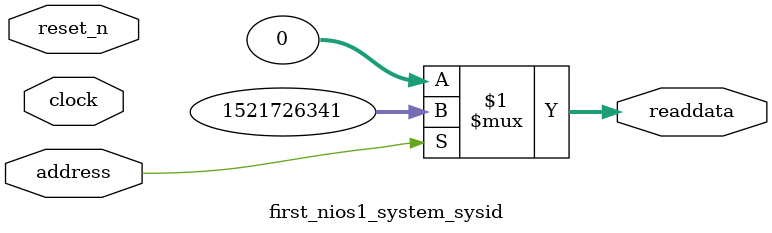
<source format=v>



// synthesis translate_off
`timescale 1ns / 1ps
// synthesis translate_on

// turn off superfluous verilog processor warnings 
// altera message_level Level1 
// altera message_off 10034 10035 10036 10037 10230 10240 10030 

module first_nios1_system_sysid (
               // inputs:
                address,
                clock,
                reset_n,

               // outputs:
                readdata
             )
;

  output  [ 31: 0] readdata;
  input            address;
  input            clock;
  input            reset_n;

  wire    [ 31: 0] readdata;
  //control_slave, which is an e_avalon_slave
  assign readdata = address ? 1521726341 : 0;

endmodule



</source>
